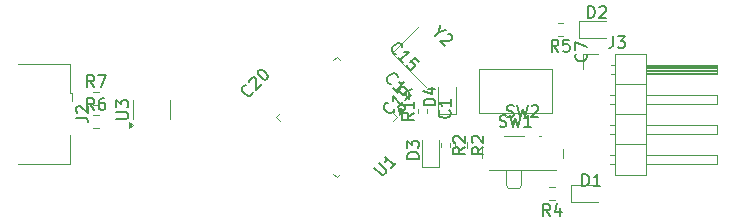
<source format=gto>
%TF.GenerationSoftware,KiCad,Pcbnew,8.0.6*%
%TF.CreationDate,2025-02-01T08:29:43+02:00*%
%TF.ProjectId,stm32,73746d33-322e-46b6-9963-61645f706362,rev?*%
%TF.SameCoordinates,Original*%
%TF.FileFunction,Legend,Top*%
%TF.FilePolarity,Positive*%
%FSLAX46Y46*%
G04 Gerber Fmt 4.6, Leading zero omitted, Abs format (unit mm)*
G04 Created by KiCad (PCBNEW 8.0.6) date 2025-02-01 08:29:43*
%MOMM*%
%LPD*%
G01*
G04 APERTURE LIST*
%ADD10C,0.150000*%
%ADD11C,0.120000*%
G04 APERTURE END LIST*
D10*
X112704819Y-72583333D02*
X113419104Y-72583333D01*
X113419104Y-72583333D02*
X113561961Y-72630952D01*
X113561961Y-72630952D02*
X113657200Y-72726190D01*
X113657200Y-72726190D02*
X113704819Y-72869047D01*
X113704819Y-72869047D02*
X113704819Y-72964285D01*
X112800057Y-72154761D02*
X112752438Y-72107142D01*
X112752438Y-72107142D02*
X112704819Y-72011904D01*
X112704819Y-72011904D02*
X112704819Y-71773809D01*
X112704819Y-71773809D02*
X112752438Y-71678571D01*
X112752438Y-71678571D02*
X112800057Y-71630952D01*
X112800057Y-71630952D02*
X112895295Y-71583333D01*
X112895295Y-71583333D02*
X112990533Y-71583333D01*
X112990533Y-71583333D02*
X113133390Y-71630952D01*
X113133390Y-71630952D02*
X113704819Y-72202380D01*
X113704819Y-72202380D02*
X113704819Y-71583333D01*
X155849580Y-67166666D02*
X155897200Y-67214285D01*
X155897200Y-67214285D02*
X155944819Y-67357142D01*
X155944819Y-67357142D02*
X155944819Y-67452380D01*
X155944819Y-67452380D02*
X155897200Y-67595237D01*
X155897200Y-67595237D02*
X155801961Y-67690475D01*
X155801961Y-67690475D02*
X155706723Y-67738094D01*
X155706723Y-67738094D02*
X155516247Y-67785713D01*
X155516247Y-67785713D02*
X155373390Y-67785713D01*
X155373390Y-67785713D02*
X155182914Y-67738094D01*
X155182914Y-67738094D02*
X155087676Y-67690475D01*
X155087676Y-67690475D02*
X154992438Y-67595237D01*
X154992438Y-67595237D02*
X154944819Y-67452380D01*
X154944819Y-67452380D02*
X154944819Y-67357142D01*
X154944819Y-67357142D02*
X154992438Y-67214285D01*
X154992438Y-67214285D02*
X155040057Y-67166666D01*
X154944819Y-66833332D02*
X154944819Y-66166666D01*
X154944819Y-66166666D02*
X155944819Y-66595237D01*
X158166666Y-65664819D02*
X158166666Y-66379104D01*
X158166666Y-66379104D02*
X158119047Y-66521961D01*
X158119047Y-66521961D02*
X158023809Y-66617200D01*
X158023809Y-66617200D02*
X157880952Y-66664819D01*
X157880952Y-66664819D02*
X157785714Y-66664819D01*
X158547619Y-65664819D02*
X159166666Y-65664819D01*
X159166666Y-65664819D02*
X158833333Y-66045771D01*
X158833333Y-66045771D02*
X158976190Y-66045771D01*
X158976190Y-66045771D02*
X159071428Y-66093390D01*
X159071428Y-66093390D02*
X159119047Y-66141009D01*
X159119047Y-66141009D02*
X159166666Y-66236247D01*
X159166666Y-66236247D02*
X159166666Y-66474342D01*
X159166666Y-66474342D02*
X159119047Y-66569580D01*
X159119047Y-66569580D02*
X159071428Y-66617200D01*
X159071428Y-66617200D02*
X158976190Y-66664819D01*
X158976190Y-66664819D02*
X158690476Y-66664819D01*
X158690476Y-66664819D02*
X158595238Y-66617200D01*
X158595238Y-66617200D02*
X158547619Y-66569580D01*
X147184819Y-75066666D02*
X146708628Y-75399999D01*
X147184819Y-75638094D02*
X146184819Y-75638094D01*
X146184819Y-75638094D02*
X146184819Y-75257142D01*
X146184819Y-75257142D02*
X146232438Y-75161904D01*
X146232438Y-75161904D02*
X146280057Y-75114285D01*
X146280057Y-75114285D02*
X146375295Y-75066666D01*
X146375295Y-75066666D02*
X146518152Y-75066666D01*
X146518152Y-75066666D02*
X146613390Y-75114285D01*
X146613390Y-75114285D02*
X146661009Y-75161904D01*
X146661009Y-75161904D02*
X146708628Y-75257142D01*
X146708628Y-75257142D02*
X146708628Y-75638094D01*
X146280057Y-74685713D02*
X146232438Y-74638094D01*
X146232438Y-74638094D02*
X146184819Y-74542856D01*
X146184819Y-74542856D02*
X146184819Y-74304761D01*
X146184819Y-74304761D02*
X146232438Y-74209523D01*
X146232438Y-74209523D02*
X146280057Y-74161904D01*
X146280057Y-74161904D02*
X146375295Y-74114285D01*
X146375295Y-74114285D02*
X146470533Y-74114285D01*
X146470533Y-74114285D02*
X146613390Y-74161904D01*
X146613390Y-74161904D02*
X147184819Y-74733332D01*
X147184819Y-74733332D02*
X147184819Y-74114285D01*
X137962325Y-76809821D02*
X138534745Y-77382241D01*
X138534745Y-77382241D02*
X138635760Y-77415913D01*
X138635760Y-77415913D02*
X138703104Y-77415913D01*
X138703104Y-77415913D02*
X138804119Y-77382241D01*
X138804119Y-77382241D02*
X138938806Y-77247554D01*
X138938806Y-77247554D02*
X138972478Y-77146539D01*
X138972478Y-77146539D02*
X138972478Y-77079195D01*
X138972478Y-77079195D02*
X138938806Y-76978180D01*
X138938806Y-76978180D02*
X138366386Y-76405760D01*
X139780600Y-76405760D02*
X139376539Y-76809821D01*
X139578569Y-76607791D02*
X138871463Y-75900684D01*
X138871463Y-75900684D02*
X138905134Y-76069043D01*
X138905134Y-76069043D02*
X138905134Y-76203730D01*
X138905134Y-76203730D02*
X138871463Y-76304745D01*
X143410806Y-65315758D02*
X143074088Y-65652476D01*
X143545493Y-64709667D02*
X143410806Y-65315758D01*
X143410806Y-65315758D02*
X144016897Y-65181071D01*
X144151584Y-65450445D02*
X144218928Y-65450445D01*
X144218928Y-65450445D02*
X144319943Y-65484117D01*
X144319943Y-65484117D02*
X144488302Y-65652476D01*
X144488302Y-65652476D02*
X144521974Y-65753491D01*
X144521974Y-65753491D02*
X144521974Y-65820834D01*
X144521974Y-65820834D02*
X144488302Y-65921850D01*
X144488302Y-65921850D02*
X144420958Y-65989193D01*
X144420958Y-65989193D02*
X144286271Y-66056537D01*
X144286271Y-66056537D02*
X143478149Y-66056537D01*
X143478149Y-66056537D02*
X143915882Y-66494269D01*
X149166667Y-72477200D02*
X149309524Y-72524819D01*
X149309524Y-72524819D02*
X149547619Y-72524819D01*
X149547619Y-72524819D02*
X149642857Y-72477200D01*
X149642857Y-72477200D02*
X149690476Y-72429580D01*
X149690476Y-72429580D02*
X149738095Y-72334342D01*
X149738095Y-72334342D02*
X149738095Y-72239104D01*
X149738095Y-72239104D02*
X149690476Y-72143866D01*
X149690476Y-72143866D02*
X149642857Y-72096247D01*
X149642857Y-72096247D02*
X149547619Y-72048628D01*
X149547619Y-72048628D02*
X149357143Y-72001009D01*
X149357143Y-72001009D02*
X149261905Y-71953390D01*
X149261905Y-71953390D02*
X149214286Y-71905771D01*
X149214286Y-71905771D02*
X149166667Y-71810533D01*
X149166667Y-71810533D02*
X149166667Y-71715295D01*
X149166667Y-71715295D02*
X149214286Y-71620057D01*
X149214286Y-71620057D02*
X149261905Y-71572438D01*
X149261905Y-71572438D02*
X149357143Y-71524819D01*
X149357143Y-71524819D02*
X149595238Y-71524819D01*
X149595238Y-71524819D02*
X149738095Y-71572438D01*
X150071429Y-71524819D02*
X150309524Y-72524819D01*
X150309524Y-72524819D02*
X150500000Y-71810533D01*
X150500000Y-71810533D02*
X150690476Y-72524819D01*
X150690476Y-72524819D02*
X150928572Y-71524819D01*
X151261905Y-71620057D02*
X151309524Y-71572438D01*
X151309524Y-71572438D02*
X151404762Y-71524819D01*
X151404762Y-71524819D02*
X151642857Y-71524819D01*
X151642857Y-71524819D02*
X151738095Y-71572438D01*
X151738095Y-71572438D02*
X151785714Y-71620057D01*
X151785714Y-71620057D02*
X151833333Y-71715295D01*
X151833333Y-71715295D02*
X151833333Y-71810533D01*
X151833333Y-71810533D02*
X151785714Y-71953390D01*
X151785714Y-71953390D02*
X151214286Y-72524819D01*
X151214286Y-72524819D02*
X151833333Y-72524819D01*
X143124819Y-71538094D02*
X142124819Y-71538094D01*
X142124819Y-71538094D02*
X142124819Y-71299999D01*
X142124819Y-71299999D02*
X142172438Y-71157142D01*
X142172438Y-71157142D02*
X142267676Y-71061904D01*
X142267676Y-71061904D02*
X142362914Y-71014285D01*
X142362914Y-71014285D02*
X142553390Y-70966666D01*
X142553390Y-70966666D02*
X142696247Y-70966666D01*
X142696247Y-70966666D02*
X142886723Y-71014285D01*
X142886723Y-71014285D02*
X142981961Y-71061904D01*
X142981961Y-71061904D02*
X143077200Y-71157142D01*
X143077200Y-71157142D02*
X143124819Y-71299999D01*
X143124819Y-71299999D02*
X143124819Y-71538094D01*
X142458152Y-70109523D02*
X143124819Y-70109523D01*
X142077200Y-70347618D02*
X142791485Y-70585713D01*
X142791485Y-70585713D02*
X142791485Y-69966666D01*
X127657231Y-70366368D02*
X127657231Y-70433712D01*
X127657231Y-70433712D02*
X127589887Y-70568399D01*
X127589887Y-70568399D02*
X127522544Y-70635742D01*
X127522544Y-70635742D02*
X127387857Y-70703086D01*
X127387857Y-70703086D02*
X127253170Y-70703086D01*
X127253170Y-70703086D02*
X127152155Y-70669414D01*
X127152155Y-70669414D02*
X126983796Y-70568399D01*
X126983796Y-70568399D02*
X126882781Y-70467384D01*
X126882781Y-70467384D02*
X126781765Y-70299025D01*
X126781765Y-70299025D02*
X126748094Y-70198010D01*
X126748094Y-70198010D02*
X126748094Y-70063323D01*
X126748094Y-70063323D02*
X126815437Y-69928636D01*
X126815437Y-69928636D02*
X126882781Y-69861292D01*
X126882781Y-69861292D02*
X127017468Y-69793949D01*
X127017468Y-69793949D02*
X127084811Y-69793949D01*
X127354185Y-69524575D02*
X127354185Y-69457231D01*
X127354185Y-69457231D02*
X127387857Y-69356216D01*
X127387857Y-69356216D02*
X127556216Y-69187857D01*
X127556216Y-69187857D02*
X127657231Y-69154185D01*
X127657231Y-69154185D02*
X127724574Y-69154185D01*
X127724574Y-69154185D02*
X127825590Y-69187857D01*
X127825590Y-69187857D02*
X127892933Y-69255201D01*
X127892933Y-69255201D02*
X127960277Y-69389888D01*
X127960277Y-69389888D02*
X127960277Y-70198010D01*
X127960277Y-70198010D02*
X128398009Y-69760277D01*
X128128636Y-68615437D02*
X128195979Y-68548094D01*
X128195979Y-68548094D02*
X128296994Y-68514422D01*
X128296994Y-68514422D02*
X128364338Y-68514422D01*
X128364338Y-68514422D02*
X128465353Y-68548094D01*
X128465353Y-68548094D02*
X128633712Y-68649109D01*
X128633712Y-68649109D02*
X128802071Y-68817468D01*
X128802071Y-68817468D02*
X128903086Y-68985826D01*
X128903086Y-68985826D02*
X128936758Y-69086842D01*
X128936758Y-69086842D02*
X128936758Y-69154185D01*
X128936758Y-69154185D02*
X128903086Y-69255200D01*
X128903086Y-69255200D02*
X128835742Y-69322544D01*
X128835742Y-69322544D02*
X128734727Y-69356216D01*
X128734727Y-69356216D02*
X128667384Y-69356216D01*
X128667384Y-69356216D02*
X128566368Y-69322544D01*
X128566368Y-69322544D02*
X128398010Y-69221529D01*
X128398010Y-69221529D02*
X128229651Y-69053170D01*
X128229651Y-69053170D02*
X128128636Y-68884811D01*
X128128636Y-68884811D02*
X128094964Y-68783796D01*
X128094964Y-68783796D02*
X128094964Y-68716452D01*
X128094964Y-68716452D02*
X128128636Y-68615437D01*
X156061905Y-64124819D02*
X156061905Y-63124819D01*
X156061905Y-63124819D02*
X156300000Y-63124819D01*
X156300000Y-63124819D02*
X156442857Y-63172438D01*
X156442857Y-63172438D02*
X156538095Y-63267676D01*
X156538095Y-63267676D02*
X156585714Y-63362914D01*
X156585714Y-63362914D02*
X156633333Y-63553390D01*
X156633333Y-63553390D02*
X156633333Y-63696247D01*
X156633333Y-63696247D02*
X156585714Y-63886723D01*
X156585714Y-63886723D02*
X156538095Y-63981961D01*
X156538095Y-63981961D02*
X156442857Y-64077200D01*
X156442857Y-64077200D02*
X156300000Y-64124819D01*
X156300000Y-64124819D02*
X156061905Y-64124819D01*
X157014286Y-63220057D02*
X157061905Y-63172438D01*
X157061905Y-63172438D02*
X157157143Y-63124819D01*
X157157143Y-63124819D02*
X157395238Y-63124819D01*
X157395238Y-63124819D02*
X157490476Y-63172438D01*
X157490476Y-63172438D02*
X157538095Y-63220057D01*
X157538095Y-63220057D02*
X157585714Y-63315295D01*
X157585714Y-63315295D02*
X157585714Y-63410533D01*
X157585714Y-63410533D02*
X157538095Y-63553390D01*
X157538095Y-63553390D02*
X156966667Y-64124819D01*
X156966667Y-64124819D02*
X157585714Y-64124819D01*
X144309580Y-71966666D02*
X144357200Y-72014285D01*
X144357200Y-72014285D02*
X144404819Y-72157142D01*
X144404819Y-72157142D02*
X144404819Y-72252380D01*
X144404819Y-72252380D02*
X144357200Y-72395237D01*
X144357200Y-72395237D02*
X144261961Y-72490475D01*
X144261961Y-72490475D02*
X144166723Y-72538094D01*
X144166723Y-72538094D02*
X143976247Y-72585713D01*
X143976247Y-72585713D02*
X143833390Y-72585713D01*
X143833390Y-72585713D02*
X143642914Y-72538094D01*
X143642914Y-72538094D02*
X143547676Y-72490475D01*
X143547676Y-72490475D02*
X143452438Y-72395237D01*
X143452438Y-72395237D02*
X143404819Y-72252380D01*
X143404819Y-72252380D02*
X143404819Y-72157142D01*
X143404819Y-72157142D02*
X143452438Y-72014285D01*
X143452438Y-72014285D02*
X143500057Y-71966666D01*
X144404819Y-71014285D02*
X144404819Y-71585713D01*
X144404819Y-71299999D02*
X143404819Y-71299999D01*
X143404819Y-71299999D02*
X143547676Y-71395237D01*
X143547676Y-71395237D02*
X143642914Y-71490475D01*
X143642914Y-71490475D02*
X143690533Y-71585713D01*
X141284819Y-72166666D02*
X140808628Y-72499999D01*
X141284819Y-72738094D02*
X140284819Y-72738094D01*
X140284819Y-72738094D02*
X140284819Y-72357142D01*
X140284819Y-72357142D02*
X140332438Y-72261904D01*
X140332438Y-72261904D02*
X140380057Y-72214285D01*
X140380057Y-72214285D02*
X140475295Y-72166666D01*
X140475295Y-72166666D02*
X140618152Y-72166666D01*
X140618152Y-72166666D02*
X140713390Y-72214285D01*
X140713390Y-72214285D02*
X140761009Y-72261904D01*
X140761009Y-72261904D02*
X140808628Y-72357142D01*
X140808628Y-72357142D02*
X140808628Y-72738094D01*
X141284819Y-71214285D02*
X141284819Y-71785713D01*
X141284819Y-71499999D02*
X140284819Y-71499999D01*
X140284819Y-71499999D02*
X140427676Y-71595237D01*
X140427676Y-71595237D02*
X140522914Y-71690475D01*
X140522914Y-71690475D02*
X140570533Y-71785713D01*
X116104819Y-72661904D02*
X116914342Y-72661904D01*
X116914342Y-72661904D02*
X117009580Y-72614285D01*
X117009580Y-72614285D02*
X117057200Y-72566666D01*
X117057200Y-72566666D02*
X117104819Y-72471428D01*
X117104819Y-72471428D02*
X117104819Y-72280952D01*
X117104819Y-72280952D02*
X117057200Y-72185714D01*
X117057200Y-72185714D02*
X117009580Y-72138095D01*
X117009580Y-72138095D02*
X116914342Y-72090476D01*
X116914342Y-72090476D02*
X116104819Y-72090476D01*
X116104819Y-71709523D02*
X116104819Y-71090476D01*
X116104819Y-71090476D02*
X116485771Y-71423809D01*
X116485771Y-71423809D02*
X116485771Y-71280952D01*
X116485771Y-71280952D02*
X116533390Y-71185714D01*
X116533390Y-71185714D02*
X116581009Y-71138095D01*
X116581009Y-71138095D02*
X116676247Y-71090476D01*
X116676247Y-71090476D02*
X116914342Y-71090476D01*
X116914342Y-71090476D02*
X117009580Y-71138095D01*
X117009580Y-71138095D02*
X117057200Y-71185714D01*
X117057200Y-71185714D02*
X117104819Y-71280952D01*
X117104819Y-71280952D02*
X117104819Y-71566666D01*
X117104819Y-71566666D02*
X117057200Y-71661904D01*
X117057200Y-71661904D02*
X117009580Y-71709523D01*
X152833333Y-80884819D02*
X152500000Y-80408628D01*
X152261905Y-80884819D02*
X152261905Y-79884819D01*
X152261905Y-79884819D02*
X152642857Y-79884819D01*
X152642857Y-79884819D02*
X152738095Y-79932438D01*
X152738095Y-79932438D02*
X152785714Y-79980057D01*
X152785714Y-79980057D02*
X152833333Y-80075295D01*
X152833333Y-80075295D02*
X152833333Y-80218152D01*
X152833333Y-80218152D02*
X152785714Y-80313390D01*
X152785714Y-80313390D02*
X152738095Y-80361009D01*
X152738095Y-80361009D02*
X152642857Y-80408628D01*
X152642857Y-80408628D02*
X152261905Y-80408628D01*
X153690476Y-80218152D02*
X153690476Y-80884819D01*
X153452381Y-79837200D02*
X153214286Y-80551485D01*
X153214286Y-80551485D02*
X153833333Y-80551485D01*
X145624819Y-75066666D02*
X145148628Y-75399999D01*
X145624819Y-75638094D02*
X144624819Y-75638094D01*
X144624819Y-75638094D02*
X144624819Y-75257142D01*
X144624819Y-75257142D02*
X144672438Y-75161904D01*
X144672438Y-75161904D02*
X144720057Y-75114285D01*
X144720057Y-75114285D02*
X144815295Y-75066666D01*
X144815295Y-75066666D02*
X144958152Y-75066666D01*
X144958152Y-75066666D02*
X145053390Y-75114285D01*
X145053390Y-75114285D02*
X145101009Y-75161904D01*
X145101009Y-75161904D02*
X145148628Y-75257142D01*
X145148628Y-75257142D02*
X145148628Y-75638094D01*
X144720057Y-74685713D02*
X144672438Y-74638094D01*
X144672438Y-74638094D02*
X144624819Y-74542856D01*
X144624819Y-74542856D02*
X144624819Y-74304761D01*
X144624819Y-74304761D02*
X144672438Y-74209523D01*
X144672438Y-74209523D02*
X144720057Y-74161904D01*
X144720057Y-74161904D02*
X144815295Y-74114285D01*
X144815295Y-74114285D02*
X144910533Y-74114285D01*
X144910533Y-74114285D02*
X145053390Y-74161904D01*
X145053390Y-74161904D02*
X145624819Y-74733332D01*
X145624819Y-74733332D02*
X145624819Y-74114285D01*
X148566667Y-73307200D02*
X148709524Y-73354819D01*
X148709524Y-73354819D02*
X148947619Y-73354819D01*
X148947619Y-73354819D02*
X149042857Y-73307200D01*
X149042857Y-73307200D02*
X149090476Y-73259580D01*
X149090476Y-73259580D02*
X149138095Y-73164342D01*
X149138095Y-73164342D02*
X149138095Y-73069104D01*
X149138095Y-73069104D02*
X149090476Y-72973866D01*
X149090476Y-72973866D02*
X149042857Y-72926247D01*
X149042857Y-72926247D02*
X148947619Y-72878628D01*
X148947619Y-72878628D02*
X148757143Y-72831009D01*
X148757143Y-72831009D02*
X148661905Y-72783390D01*
X148661905Y-72783390D02*
X148614286Y-72735771D01*
X148614286Y-72735771D02*
X148566667Y-72640533D01*
X148566667Y-72640533D02*
X148566667Y-72545295D01*
X148566667Y-72545295D02*
X148614286Y-72450057D01*
X148614286Y-72450057D02*
X148661905Y-72402438D01*
X148661905Y-72402438D02*
X148757143Y-72354819D01*
X148757143Y-72354819D02*
X148995238Y-72354819D01*
X148995238Y-72354819D02*
X149138095Y-72402438D01*
X149471429Y-72354819D02*
X149709524Y-73354819D01*
X149709524Y-73354819D02*
X149900000Y-72640533D01*
X149900000Y-72640533D02*
X150090476Y-73354819D01*
X150090476Y-73354819D02*
X150328572Y-72354819D01*
X151233333Y-73354819D02*
X150661905Y-73354819D01*
X150947619Y-73354819D02*
X150947619Y-72354819D01*
X150947619Y-72354819D02*
X150852381Y-72497676D01*
X150852381Y-72497676D02*
X150757143Y-72592914D01*
X150757143Y-72592914D02*
X150661905Y-72640533D01*
X139759905Y-67183505D02*
X139692561Y-67183505D01*
X139692561Y-67183505D02*
X139557874Y-67116161D01*
X139557874Y-67116161D02*
X139490531Y-67048818D01*
X139490531Y-67048818D02*
X139423187Y-66914131D01*
X139423187Y-66914131D02*
X139423187Y-66779444D01*
X139423187Y-66779444D02*
X139456859Y-66678429D01*
X139456859Y-66678429D02*
X139557874Y-66510070D01*
X139557874Y-66510070D02*
X139658889Y-66409055D01*
X139658889Y-66409055D02*
X139827248Y-66308039D01*
X139827248Y-66308039D02*
X139928263Y-66274368D01*
X139928263Y-66274368D02*
X140062950Y-66274368D01*
X140062950Y-66274368D02*
X140197637Y-66341711D01*
X140197637Y-66341711D02*
X140264981Y-66409055D01*
X140264981Y-66409055D02*
X140332324Y-66543742D01*
X140332324Y-66543742D02*
X140332324Y-66611085D01*
X140365996Y-67924283D02*
X139961935Y-67520222D01*
X140163966Y-67722253D02*
X140871072Y-67015146D01*
X140871072Y-67015146D02*
X140702714Y-67048818D01*
X140702714Y-67048818D02*
X140568027Y-67048818D01*
X140568027Y-67048818D02*
X140467011Y-67015146D01*
X141712866Y-67856940D02*
X141376149Y-67520222D01*
X141376149Y-67520222D02*
X141005760Y-67823268D01*
X141005760Y-67823268D02*
X141073103Y-67823268D01*
X141073103Y-67823268D02*
X141174118Y-67856940D01*
X141174118Y-67856940D02*
X141342477Y-68025299D01*
X141342477Y-68025299D02*
X141376149Y-68126314D01*
X141376149Y-68126314D02*
X141376149Y-68193658D01*
X141376149Y-68193658D02*
X141342477Y-68294673D01*
X141342477Y-68294673D02*
X141174118Y-68463032D01*
X141174118Y-68463032D02*
X141073103Y-68496703D01*
X141073103Y-68496703D02*
X141005760Y-68496703D01*
X141005760Y-68496703D02*
X140904744Y-68463032D01*
X140904744Y-68463032D02*
X140736386Y-68294673D01*
X140736386Y-68294673D02*
X140702714Y-68193658D01*
X140702714Y-68193658D02*
X140702714Y-68126314D01*
X139348707Y-69742155D02*
X139281363Y-69742155D01*
X139281363Y-69742155D02*
X139146676Y-69674811D01*
X139146676Y-69674811D02*
X139079333Y-69607468D01*
X139079333Y-69607468D02*
X139011989Y-69472781D01*
X139011989Y-69472781D02*
X139011989Y-69338094D01*
X139011989Y-69338094D02*
X139045661Y-69237079D01*
X139045661Y-69237079D02*
X139146676Y-69068720D01*
X139146676Y-69068720D02*
X139247691Y-68967705D01*
X139247691Y-68967705D02*
X139416050Y-68866689D01*
X139416050Y-68866689D02*
X139517065Y-68833018D01*
X139517065Y-68833018D02*
X139651752Y-68833018D01*
X139651752Y-68833018D02*
X139786439Y-68900361D01*
X139786439Y-68900361D02*
X139853783Y-68967705D01*
X139853783Y-68967705D02*
X139921126Y-69102392D01*
X139921126Y-69102392D02*
X139921126Y-69169735D01*
X139954798Y-70482933D02*
X139550737Y-70078872D01*
X139752768Y-70280903D02*
X140459874Y-69573796D01*
X140459874Y-69573796D02*
X140291516Y-69607468D01*
X140291516Y-69607468D02*
X140156829Y-69607468D01*
X140156829Y-69607468D02*
X140055813Y-69573796D01*
X141032294Y-70617621D02*
X140560890Y-71089025D01*
X141133310Y-70179888D02*
X140459875Y-70516605D01*
X140459875Y-70516605D02*
X140897607Y-70954338D01*
X155561905Y-78354819D02*
X155561905Y-77354819D01*
X155561905Y-77354819D02*
X155800000Y-77354819D01*
X155800000Y-77354819D02*
X155942857Y-77402438D01*
X155942857Y-77402438D02*
X156038095Y-77497676D01*
X156038095Y-77497676D02*
X156085714Y-77592914D01*
X156085714Y-77592914D02*
X156133333Y-77783390D01*
X156133333Y-77783390D02*
X156133333Y-77926247D01*
X156133333Y-77926247D02*
X156085714Y-78116723D01*
X156085714Y-78116723D02*
X156038095Y-78211961D01*
X156038095Y-78211961D02*
X155942857Y-78307200D01*
X155942857Y-78307200D02*
X155800000Y-78354819D01*
X155800000Y-78354819D02*
X155561905Y-78354819D01*
X157085714Y-78354819D02*
X156514286Y-78354819D01*
X156800000Y-78354819D02*
X156800000Y-77354819D01*
X156800000Y-77354819D02*
X156704762Y-77497676D01*
X156704762Y-77497676D02*
X156609524Y-77592914D01*
X156609524Y-77592914D02*
X156514286Y-77640533D01*
X114233333Y-69974819D02*
X113900000Y-69498628D01*
X113661905Y-69974819D02*
X113661905Y-68974819D01*
X113661905Y-68974819D02*
X114042857Y-68974819D01*
X114042857Y-68974819D02*
X114138095Y-69022438D01*
X114138095Y-69022438D02*
X114185714Y-69070057D01*
X114185714Y-69070057D02*
X114233333Y-69165295D01*
X114233333Y-69165295D02*
X114233333Y-69308152D01*
X114233333Y-69308152D02*
X114185714Y-69403390D01*
X114185714Y-69403390D02*
X114138095Y-69451009D01*
X114138095Y-69451009D02*
X114042857Y-69498628D01*
X114042857Y-69498628D02*
X113661905Y-69498628D01*
X114566667Y-68974819D02*
X115233333Y-68974819D01*
X115233333Y-68974819D02*
X114804762Y-69974819D01*
X114233333Y-71924819D02*
X113900000Y-71448628D01*
X113661905Y-71924819D02*
X113661905Y-70924819D01*
X113661905Y-70924819D02*
X114042857Y-70924819D01*
X114042857Y-70924819D02*
X114138095Y-70972438D01*
X114138095Y-70972438D02*
X114185714Y-71020057D01*
X114185714Y-71020057D02*
X114233333Y-71115295D01*
X114233333Y-71115295D02*
X114233333Y-71258152D01*
X114233333Y-71258152D02*
X114185714Y-71353390D01*
X114185714Y-71353390D02*
X114138095Y-71401009D01*
X114138095Y-71401009D02*
X114042857Y-71448628D01*
X114042857Y-71448628D02*
X113661905Y-71448628D01*
X115090476Y-70924819D02*
X114900000Y-70924819D01*
X114900000Y-70924819D02*
X114804762Y-70972438D01*
X114804762Y-70972438D02*
X114757143Y-71020057D01*
X114757143Y-71020057D02*
X114661905Y-71162914D01*
X114661905Y-71162914D02*
X114614286Y-71353390D01*
X114614286Y-71353390D02*
X114614286Y-71734342D01*
X114614286Y-71734342D02*
X114661905Y-71829580D01*
X114661905Y-71829580D02*
X114709524Y-71877200D01*
X114709524Y-71877200D02*
X114804762Y-71924819D01*
X114804762Y-71924819D02*
X114995238Y-71924819D01*
X114995238Y-71924819D02*
X115090476Y-71877200D01*
X115090476Y-71877200D02*
X115138095Y-71829580D01*
X115138095Y-71829580D02*
X115185714Y-71734342D01*
X115185714Y-71734342D02*
X115185714Y-71496247D01*
X115185714Y-71496247D02*
X115138095Y-71401009D01*
X115138095Y-71401009D02*
X115090476Y-71353390D01*
X115090476Y-71353390D02*
X114995238Y-71305771D01*
X114995238Y-71305771D02*
X114804762Y-71305771D01*
X114804762Y-71305771D02*
X114709524Y-71353390D01*
X114709524Y-71353390D02*
X114661905Y-71401009D01*
X114661905Y-71401009D02*
X114614286Y-71496247D01*
X141724819Y-76038094D02*
X140724819Y-76038094D01*
X140724819Y-76038094D02*
X140724819Y-75799999D01*
X140724819Y-75799999D02*
X140772438Y-75657142D01*
X140772438Y-75657142D02*
X140867676Y-75561904D01*
X140867676Y-75561904D02*
X140962914Y-75514285D01*
X140962914Y-75514285D02*
X141153390Y-75466666D01*
X141153390Y-75466666D02*
X141296247Y-75466666D01*
X141296247Y-75466666D02*
X141486723Y-75514285D01*
X141486723Y-75514285D02*
X141581961Y-75561904D01*
X141581961Y-75561904D02*
X141677200Y-75657142D01*
X141677200Y-75657142D02*
X141724819Y-75799999D01*
X141724819Y-75799999D02*
X141724819Y-76038094D01*
X140724819Y-75133332D02*
X140724819Y-74514285D01*
X140724819Y-74514285D02*
X141105771Y-74847618D01*
X141105771Y-74847618D02*
X141105771Y-74704761D01*
X141105771Y-74704761D02*
X141153390Y-74609523D01*
X141153390Y-74609523D02*
X141201009Y-74561904D01*
X141201009Y-74561904D02*
X141296247Y-74514285D01*
X141296247Y-74514285D02*
X141534342Y-74514285D01*
X141534342Y-74514285D02*
X141629580Y-74561904D01*
X141629580Y-74561904D02*
X141677200Y-74609523D01*
X141677200Y-74609523D02*
X141724819Y-74704761D01*
X141724819Y-74704761D02*
X141724819Y-74990475D01*
X141724819Y-74990475D02*
X141677200Y-75085713D01*
X141677200Y-75085713D02*
X141629580Y-75133332D01*
X139657231Y-71866368D02*
X139657231Y-71933712D01*
X139657231Y-71933712D02*
X139589887Y-72068399D01*
X139589887Y-72068399D02*
X139522544Y-72135742D01*
X139522544Y-72135742D02*
X139387857Y-72203086D01*
X139387857Y-72203086D02*
X139253170Y-72203086D01*
X139253170Y-72203086D02*
X139152155Y-72169414D01*
X139152155Y-72169414D02*
X138983796Y-72068399D01*
X138983796Y-72068399D02*
X138882781Y-71967384D01*
X138882781Y-71967384D02*
X138781765Y-71799025D01*
X138781765Y-71799025D02*
X138748094Y-71698010D01*
X138748094Y-71698010D02*
X138748094Y-71563323D01*
X138748094Y-71563323D02*
X138815437Y-71428636D01*
X138815437Y-71428636D02*
X138882781Y-71361292D01*
X138882781Y-71361292D02*
X139017468Y-71293949D01*
X139017468Y-71293949D02*
X139084811Y-71293949D01*
X140398009Y-71260277D02*
X139993948Y-71664338D01*
X140195979Y-71462307D02*
X139488872Y-70755201D01*
X139488872Y-70755201D02*
X139522544Y-70923559D01*
X139522544Y-70923559D02*
X139522544Y-71058246D01*
X139522544Y-71058246D02*
X139488872Y-71159262D01*
X140734727Y-70923559D02*
X140869414Y-70788872D01*
X140869414Y-70788872D02*
X140903086Y-70687857D01*
X140903086Y-70687857D02*
X140903086Y-70620513D01*
X140903086Y-70620513D02*
X140869414Y-70452155D01*
X140869414Y-70452155D02*
X140768399Y-70283796D01*
X140768399Y-70283796D02*
X140499025Y-70014422D01*
X140499025Y-70014422D02*
X140398010Y-69980750D01*
X140398010Y-69980750D02*
X140330666Y-69980750D01*
X140330666Y-69980750D02*
X140229651Y-70014422D01*
X140229651Y-70014422D02*
X140094964Y-70149109D01*
X140094964Y-70149109D02*
X140061292Y-70250124D01*
X140061292Y-70250124D02*
X140061292Y-70317468D01*
X140061292Y-70317468D02*
X140094964Y-70418483D01*
X140094964Y-70418483D02*
X140263323Y-70586842D01*
X140263323Y-70586842D02*
X140364338Y-70620513D01*
X140364338Y-70620513D02*
X140431681Y-70620513D01*
X140431681Y-70620513D02*
X140532697Y-70586842D01*
X140532697Y-70586842D02*
X140667384Y-70452155D01*
X140667384Y-70452155D02*
X140701055Y-70351139D01*
X140701055Y-70351139D02*
X140701055Y-70283796D01*
X140701055Y-70283796D02*
X140667384Y-70182781D01*
X153533333Y-66984819D02*
X153200000Y-66508628D01*
X152961905Y-66984819D02*
X152961905Y-65984819D01*
X152961905Y-65984819D02*
X153342857Y-65984819D01*
X153342857Y-65984819D02*
X153438095Y-66032438D01*
X153438095Y-66032438D02*
X153485714Y-66080057D01*
X153485714Y-66080057D02*
X153533333Y-66175295D01*
X153533333Y-66175295D02*
X153533333Y-66318152D01*
X153533333Y-66318152D02*
X153485714Y-66413390D01*
X153485714Y-66413390D02*
X153438095Y-66461009D01*
X153438095Y-66461009D02*
X153342857Y-66508628D01*
X153342857Y-66508628D02*
X152961905Y-66508628D01*
X154438095Y-65984819D02*
X153961905Y-65984819D01*
X153961905Y-65984819D02*
X153914286Y-66461009D01*
X153914286Y-66461009D02*
X153961905Y-66413390D01*
X153961905Y-66413390D02*
X154057143Y-66365771D01*
X154057143Y-66365771D02*
X154295238Y-66365771D01*
X154295238Y-66365771D02*
X154390476Y-66413390D01*
X154390476Y-66413390D02*
X154438095Y-66461009D01*
X154438095Y-66461009D02*
X154485714Y-66556247D01*
X154485714Y-66556247D02*
X154485714Y-66794342D01*
X154485714Y-66794342D02*
X154438095Y-66889580D01*
X154438095Y-66889580D02*
X154390476Y-66937200D01*
X154390476Y-66937200D02*
X154295238Y-66984819D01*
X154295238Y-66984819D02*
X154057143Y-66984819D01*
X154057143Y-66984819D02*
X153961905Y-66937200D01*
X153961905Y-66937200D02*
X153914286Y-66889580D01*
D11*
%TO.C,J2*%
X112160000Y-67990000D02*
X107800000Y-67990000D01*
X112160000Y-67990000D02*
X112160000Y-70490000D01*
X112160000Y-70490000D02*
X112360000Y-70490000D01*
X112160000Y-74010000D02*
X112160000Y-76510000D01*
X112160000Y-76510000D02*
X107800000Y-76510000D01*
X112360000Y-71150000D02*
X112360000Y-70490000D01*
%TO.C,J3*%
X155605000Y-67210000D02*
X156875000Y-67210000D01*
X155605000Y-68480000D02*
X155605000Y-67210000D01*
X157917929Y-70640000D02*
X158315000Y-70640000D01*
X157917929Y-71400000D02*
X158315000Y-71400000D01*
X157917929Y-73180000D02*
X158315000Y-73180000D01*
X157917929Y-73940000D02*
X158315000Y-73940000D01*
X157917929Y-75720000D02*
X158315000Y-75720000D01*
X157917929Y-76480000D02*
X158315000Y-76480000D01*
X157985000Y-68100000D02*
X158315000Y-68100000D01*
X157985000Y-68860000D02*
X158315000Y-68860000D01*
X158315000Y-67150000D02*
X158315000Y-77430000D01*
X158315000Y-69750000D02*
X160975000Y-69750000D01*
X158315000Y-72290000D02*
X160975000Y-72290000D01*
X158315000Y-74830000D02*
X160975000Y-74830000D01*
X158315000Y-77430000D02*
X160975000Y-77430000D01*
X160975000Y-67150000D02*
X158315000Y-67150000D01*
X160975000Y-68100000D02*
X166975000Y-68100000D01*
X160975000Y-68160000D02*
X166975000Y-68160000D01*
X160975000Y-68280000D02*
X166975000Y-68280000D01*
X160975000Y-68400000D02*
X166975000Y-68400000D01*
X160975000Y-68520000D02*
X166975000Y-68520000D01*
X160975000Y-68640000D02*
X166975000Y-68640000D01*
X160975000Y-68760000D02*
X166975000Y-68760000D01*
X160975000Y-70640000D02*
X166975000Y-70640000D01*
X160975000Y-73180000D02*
X166975000Y-73180000D01*
X160975000Y-75720000D02*
X166975000Y-75720000D01*
X160975000Y-77430000D02*
X160975000Y-67150000D01*
X166975000Y-68100000D02*
X166975000Y-68860000D01*
X166975000Y-68860000D02*
X160975000Y-68860000D01*
X166975000Y-70640000D02*
X166975000Y-71400000D01*
X166975000Y-71400000D02*
X160975000Y-71400000D01*
X166975000Y-73180000D02*
X166975000Y-73940000D01*
X166975000Y-73940000D02*
X160975000Y-73940000D01*
X166975000Y-75720000D02*
X166975000Y-76480000D01*
X166975000Y-76480000D02*
X160975000Y-76480000D01*
%TO.C,R2*%
X144777500Y-74662742D02*
X144777500Y-75137258D01*
X145822500Y-74662742D02*
X145822500Y-75137258D01*
%TO.C,U1*%
X129644689Y-72520000D02*
X129962887Y-72838198D01*
X129962887Y-72201802D02*
X129644689Y-72520000D01*
X134431802Y-67732887D02*
X134750000Y-67414689D01*
X134750000Y-67414689D02*
X135068198Y-67732887D01*
X134750000Y-77625311D02*
X134431802Y-77307113D01*
X135068198Y-77307113D02*
X134750000Y-77625311D01*
X139537113Y-72838198D02*
X139855311Y-72520000D01*
X139855311Y-72520000D02*
X139537113Y-72201802D01*
X140527062Y-71876533D02*
X140046230Y-72357365D01*
X139954306Y-71784609D01*
X140527062Y-71876533D01*
G36*
X140527062Y-71876533D02*
G01*
X140046230Y-72357365D01*
X139954306Y-71784609D01*
X140527062Y-71876533D01*
G37*
%TO.C,Y2*%
X139454416Y-67117157D02*
X142282843Y-69945584D01*
X141717157Y-64854416D02*
X139454416Y-67117157D01*
%TO.C,SW2*%
X147050000Y-75200000D02*
X147050000Y-75990000D01*
X147650000Y-77000000D02*
X153350000Y-77000000D01*
X148900000Y-74150000D02*
X150600000Y-74150000D01*
X149100000Y-77000000D02*
X149100000Y-78290000D01*
X149100000Y-78290000D02*
X149300000Y-78500000D01*
X149300000Y-78500000D02*
X150200000Y-78500000D01*
X150400000Y-78290000D02*
X150200000Y-78500000D01*
X150400000Y-78290000D02*
X150400000Y-77000000D01*
X151900000Y-74150000D02*
X152100000Y-74150000D01*
X153950000Y-75990000D02*
X153950000Y-75200000D01*
%TO.C,D4*%
X143365000Y-70000000D02*
X143365000Y-72285000D01*
X143365000Y-72285000D02*
X144835000Y-72285000D01*
X144835000Y-72285000D02*
X144835000Y-70000000D01*
%TO.C,D2*%
X155315000Y-64365000D02*
X155315000Y-65835000D01*
X155315000Y-65835000D02*
X157600000Y-65835000D01*
X157600000Y-64365000D02*
X155315000Y-64365000D01*
%TO.C,R1*%
X141620000Y-72153641D02*
X141620000Y-71846359D01*
X142380000Y-72153641D02*
X142380000Y-71846359D01*
%TO.C,U3*%
X117490000Y-71900000D02*
X117490000Y-71100000D01*
X117490000Y-71900000D02*
X117490000Y-72700000D01*
X120610000Y-71900000D02*
X120610000Y-71100000D01*
X120610000Y-71900000D02*
X120610000Y-72700000D01*
X117540000Y-73200000D02*
X117210000Y-73440000D01*
X117210000Y-72960000D01*
X117540000Y-73200000D01*
G36*
X117540000Y-73200000D02*
G01*
X117210000Y-73440000D01*
X117210000Y-72960000D01*
X117540000Y-73200000D01*
G37*
%TO.C,R4*%
X153237258Y-78477500D02*
X152762742Y-78477500D01*
X153237258Y-79522500D02*
X152762742Y-79522500D01*
%TO.C,R2*%
X143620000Y-74746359D02*
X143620000Y-75053641D01*
X144380000Y-74746359D02*
X144380000Y-75053641D01*
%TO.C,SW1*%
X146840000Y-68450000D02*
X152960000Y-68450000D01*
X146840000Y-72150000D02*
X146840000Y-68450000D01*
X152960000Y-68450000D02*
X152960000Y-72150000D01*
X152960000Y-72150000D02*
X146840000Y-72150000D01*
%TO.C,D1*%
X154615000Y-78265000D02*
X154615000Y-79735000D01*
X154615000Y-79735000D02*
X156900000Y-79735000D01*
X156900000Y-78265000D02*
X154615000Y-78265000D01*
%TO.C,R7*%
X114162742Y-70427500D02*
X114637258Y-70427500D01*
X114162742Y-71472500D02*
X114637258Y-71472500D01*
%TO.C,R6*%
X114162742Y-72377500D02*
X114637258Y-72377500D01*
X114162742Y-73422500D02*
X114637258Y-73422500D01*
%TO.C,D3*%
X141965000Y-74500000D02*
X141965000Y-76785000D01*
X141965000Y-76785000D02*
X143435000Y-76785000D01*
X143435000Y-76785000D02*
X143435000Y-74500000D01*
%TO.C,R5*%
X153937258Y-64577500D02*
X153462742Y-64577500D01*
X153937258Y-65622500D02*
X153462742Y-65622500D01*
%TD*%
M02*

</source>
